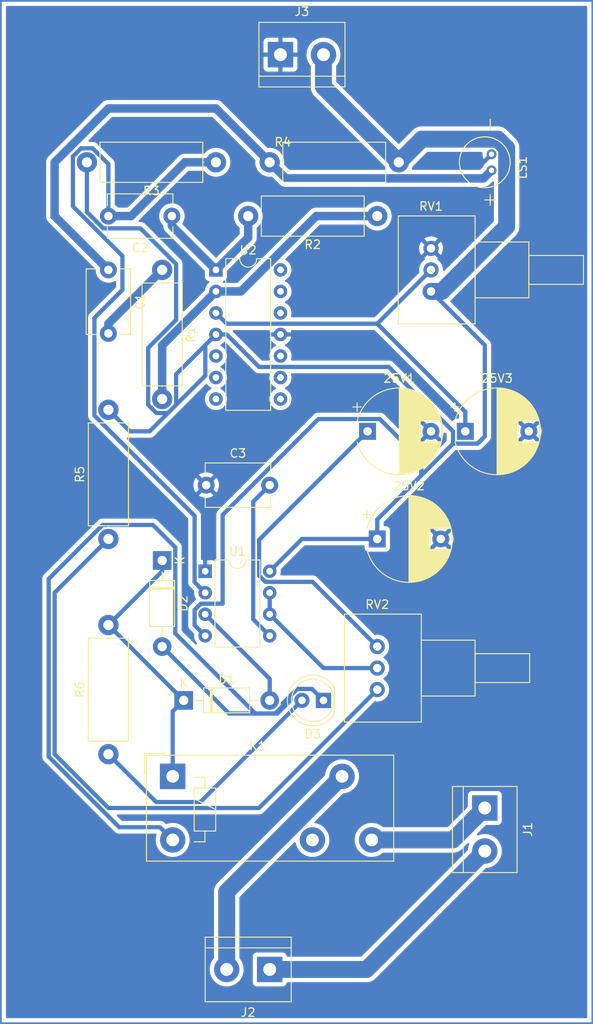
<source format=kicad_pcb>
(kicad_pcb (version 20221018) (generator pcbnew)
  (title_block (title "Sound Operated Module for AC Load") (date "06.07.2023") (rev "1.0") (company "by Muxtar_Safarov"))
  (layers (0 "F.Cu" signal) (31 "B.Cu" signal) (34 "B.Paste" user) (35 "F.Paste" user) (36 "B.SilkS" user "B.Silkscreen") (37 "F.SilkS" user "F.Silkscreen") (38 "B.Mask" user) (39 "F.Mask" user) (44 "Edge.Cuts" user))
  (net 0 "")
  (net 1 "Net-(25V1-Pad1)")
  (net 2 "Earth")
  (net 3 "+12V")
  (net 4 "3")
  (net 5 "Net-(C1-Pad1)")
  (net 6 "Net-(C1-Pad2)")
  (net 7 "1")
  (net 8 "2")
  (net 9 "Net-(U1-CV)")
  (net 10 "Net-(D1-K)")
  (net 11 "Net-(D1-A)")
  (net 12 "Net-(D2-A)")
  (net 13 "Net-(D3-A)")
  (net 14 "Net-(J1-Pin_1)")
  (net 15 "Net-(J1-Pin_2)")
  (net 16 "Net-(J2-Pin_2)")
  (net 18 "Net-(U2-1IN-)")
  (net 19 "Net-(R5-Pad1)")
  (net 20 "CONN")
  (footprint "Diode_THT:D_DO-41_SOD81_P10.16mm_Horizontal" (layer "F.Cu") (at 91.44 114.3)
    (fp_text reference "D1" (at 5.08 -2.47) (layer "F.SilkS"))
    (fp_text value "1N4007")
    (fp_text user "K" (at 0 -2.1) (layer "F.SilkS"))
    (pad "1" thru_hole rect (at 0 0) (size 2.2 2.2) (drill 1.1) (layers "*.Cu" "*.Mask") (net 10 "Net-(D1-K)"))
    (pad "2" thru_hole oval (at 10.16 0) (size 2.2 2.2) (drill 1.1) (layers "*.Cu" "*.Mask") (net 11 "Net-(D1-A)"))
  )
  (footprint "Potentiometer_THT:Potentiometer_Vishay_148-149_Single_Horizontal" (layer "F.Cu") (at 120.65 66.04)
    (fp_text reference "RV1" (at 0 -10.04) (layer "F.SilkS"))
    (fp_text value "100K")
    (pad "1" thru_hole circle (at 0 0) (size 1.8 1.8) (drill 1) (layers "*.Cu" "*.Mask") (net 3 "+12V"))
    (pad "2" thru_hole circle (at 0 -2.54) (size 1.8 1.8) (drill 1) (layers "*.Cu" "*.Mask") (net 4 "3"))
    (pad "3" thru_hole circle (at 0 -5.08) (size 1.8 1.8) (drill 1) (layers "*.Cu" "*.Mask") (net 2 "Earth"))
  )
  (footprint "Resistor_THT:R_Axial_DIN0414_L11.9mm_D4.5mm_P15.24mm_Horizontal" (layer "F.Cu") (at 88.9 63.5 -90)
    (fp_text reference "R1" (at 7.62 -3.37 90) (layer "F.SilkS"))
    (fp_text value "1K")
    (pad "1" thru_hole circle (at 0 0 270) (size 2.4 2.4) (drill 1.2) (layers "*.Cu" "*.Mask") (net 6 "Net-(C1-Pad2)"))
    (pad "2" thru_hole oval (at 15.24 0 270) (size 2.4 2.4) (drill 1.2) (layers "*.Cu" "*.Mask") (net 18 "Net-(U2-1IN-)"))
  )
  (footprint "Resistor_THT:R_Axial_DIN0414_L11.9mm_D4.5mm_P15.24mm_Horizontal" (layer "F.Cu") (at 101.6 50.8)
    (fp_text reference "R4" (at 1.55 -2.37) (layer "F.SilkS"))
    (fp_text value "10K")
    (pad "1" thru_hole circle (at 0 0) (size 2.4 2.4) (drill 1.2) (layers "*.Cu" "*.Mask") (net 5 "Net-(C1-Pad1)"))
    (pad "2" thru_hole oval (at 15.24 0) (size 2.4 2.4) (drill 1.2) (layers "*.Cu" "*.Mask") (net 3 "+12V"))
  )
  (footprint "Resistor_THT:R_Axial_DIN0414_L11.9mm_D4.5mm_P15.24mm_Horizontal" (layer "F.Cu") (at 114.3 57.15 180)
    (fp_text reference "R2" (at 7.62 -3.37) (layer "F.SilkS"))
    (fp_text value "1M")
    (pad "1" thru_hole circle (at 0 0 180) (size 2.4 2.4) (drill 1.2) (layers "*.Cu" "*.Mask") (net 18 "Net-(U2-1IN-)"))
    (pad "2" thru_hole oval (at 15.24 0 180) (size 2.4 2.4) (drill 1.2) (layers "*.Cu" "*.Mask") (net 7 "1"))
  )
  (footprint "Package_DIP:DIP-8_W7.62mm" (layer "F.Cu") (at 93.98 99.06)
    (fp_text reference "U1" (at 3.81 -2.33) (layer "F.SilkS"))
    (fp_text value "NE555P")
    (pad "1" thru_hole rect (at 0 0) (size 1.6 1.6) (drill 0.8) (layers "*.Cu" "*.Mask") (net 2 "Earth"))
    (pad "2" thru_hole oval (at 0 2.54) (size 1.6 1.6) (drill 0.8) (layers "*.Cu" "*.Mask") (net 8 "2"))
    (pad "3" thru_hole oval (at 0 5.08) (size 1.6 1.6) (drill 0.8) (layers "*.Cu" "*.Mask") (net 11 "Net-(D1-A)"))
    (pad "4" thru_hole oval (at 0 7.62) (size 1.6 1.6) (drill 0.8) (layers "*.Cu" "*.Mask") (net 3 "+12V"))
    (pad "5" thru_hole oval (at 7.62 7.62) (size 1.6 1.6) (drill 0.8) (layers "*.Cu" "*.Mask") (net 9 "Net-(U1-CV)"))
    (pad "6" thru_hole oval (at 7.62 5.08) (size 1.6 1.6) (drill 0.8) (layers "*.Cu" "*.Mask") (net 20 "CONN"))
    (pad "7" thru_hole oval (at 7.62 2.54) (size 1.6 1.6) (drill 0.8) (layers "*.Cu" "*.Mask") (net 20 "CONN"))
    (pad "8" thru_hole oval (at 7.62 0) (size 1.6 1.6) (drill 0.8) (layers "*.Cu" "*.Mask") (net 3 "+12V"))
  )
  (footprint "Capacitor_THT:CP_Radial_D10.0mm_P7.50mm" (layer "F.Cu") (at 113.15 82.55)
    (fp_text reference "25V1" (at 3.75 -6.25) (layer "F.SilkS"))
    (fp_text value "10uF")
    (pad "1" thru_hole rect (at 0 0) (size 2 2) (drill 1) (layers "*.Cu" "*.Mask") (net 1 "Net-(25V1-Pad1)"))
    (pad "2" thru_hole circle (at 7.5 0) (size 2 2) (drill 1) (layers "*.Cu" "*.Mask") (net 2 "Earth"))
  )
  (footprint "LED_THT:LED_D5.0mm" (layer "F.Cu") (at 107.95 114.3 180)
    (fp_text reference "D3" (at 1.27 -3.96) (layer "F.SilkS"))
    (fp_text value "LED")
    (pad "1" thru_hole rect (at 0 0 180) (size 1.8 1.8) (drill 0.9) (layers "*.Cu" "*.Mask") (net 12 "Net-(D2-A)"))
    (pad "2" thru_hole circle (at 2.54 0 180) (size 1.8 1.8) (drill 0.9) (layers "*.Cu" "*.Mask") (net 13 "Net-(D3-A)"))
  )
  (footprint "Capacitor_THT:C_Disc_D7.5mm_W5.0mm_P7.50mm" (layer "F.Cu") (at 82.55 63.5 -90)
    (fp_text reference "C1" (at 3.75 -3.75 90) (layer "F.SilkS"))
    (fp_text value "100nF")
    (pad "1" thru_hole circle (at 0 0 270) (size 2 2) (drill 1) (layers "*.Cu" "*.Mask") (net 5 "Net-(C1-Pad1)"))
    (pad "2" thru_hole circle (at 7.5 0 270) (size 2 2) (drill 1) (layers "*.Cu" "*.Mask") (net 6 "Net-(C1-Pad2)"))
  )
  (footprint "POM-3042P-R:MIC_POM-3042P-R" (layer "F.Cu") (at 127 50.8 -90)
    (fp_text reference "LS1" (at 0.635 -4.445 90) (layer "F.SilkS"))
    (fp_text value "Microphone")
    (pad "N" thru_hole circle (at -0.95 -0.8 270) (size 1.158 1.158) (drill 0.65) (layers "*.Cu" "*.Mask") (net 2 "Earth"))
    (pad "P" thru_hole circle (at 0.95 -0.8 270) (size 1.158 1.158) (drill 0.65) (layers "*.Cu" "*.Mask") (net 5 "Net-(C1-Pad1)"))
  )
  (footprint "Resistor_THT:R_Axial_DIN0414_L11.9mm_D4.5mm_P15.24mm_Horizontal" (layer "F.Cu") (at 82.55 95.25 90)
    (fp_text reference "R5" (at 7.62 -3.37 90) (layer "F.SilkS"))
    (fp_text value "1K")
    (pad "1" thru_hole circle (at 0 0 90) (size 2.4 2.4) (drill 1.2) (layers "*.Cu" "*.Mask") (net 19 "Net-(R5-Pad1)"))
    (pad "2" thru_hole oval (at 15.24 0 90) (size 2.4 2.4) (drill 1.2) (layers "*.Cu" "*.Mask") (net 3 "+12V"))
  )
  (footprint "Diode_THT:D_DO-41_SOD81_P10.16mm_Horizontal" (layer "F.Cu") (at 88.9 97.79 -90)
    (fp_text reference "D2" (at 5.08 -2.47 90) (layer "F.SilkS"))
    (fp_text value "1N4007")
    (fp_text user "K" (at 0 -2.1 90) (layer "F.SilkS"))
    (pad "1" thru_hole rect (at 0 0 270) (size 2.2 2.2) (drill 1.1) (layers "*.Cu" "*.Mask") (net 10 "Net-(D1-K)"))
    (pad "2" thru_hole oval (at 10.16 0 270) (size 2.2 2.2) (drill 1.1) (layers "*.Cu" "*.Mask") (net 12 "Net-(D2-A)"))
  )
  (footprint "Resistor_THT:R_Axial_DIN0414_L11.9mm_D4.5mm_P15.24mm_Horizontal" (layer "F.Cu") (at 95.25 50.8 180)
    (fp_text reference "R3" (at 7.62 -3.37) (layer "F.SilkS"))
    (fp_text value "1K")
    (pad "1" thru_hole circle (at 0 0 180) (size 2.4 2.4) (drill 1.2) (layers "*.Cu" "*.Mask") (net 8 "2"))
    (pad "2" thru_hole oval (at 15.24 0 180) (size 2.4 2.4) (drill 1.2) (layers "*.Cu" "*.Mask") (net 3 "+12V"))
  )
  (footprint "Relay_THT:Relay_SPDT_Finder_40.41" (layer "F.Cu") (at 90.1425 123.2675)
    (fp_text reference "K1" (at 10 -3.6) (layer "F.SilkS"))
    (fp_text value "FINDER-40.41")
    (pad "11" thru_hole circle (at 20 0) (size 3 3) (drill 1.5) (layers "*.Cu" "*.Mask") (net 16 "Net-(J2-Pin_2)"))
    (pad "12" thru_hole circle (at 16.5 7.5) (size 3 3) (drill 1.5) (layers "*.Cu" "*.Mask"))
    (pad "14" thru_hole circle (at 23.5 7.5) (size 3 3) (drill 1.5) (layers "*.Cu" "*.Mask") (net 14 "Net-(J1-Pin_1)"))
    (pad "A1" thru_hole rect (at 0 0) (size 3 3) (drill 1.5) (layers "*.Cu" "*.Mask") (net 10 "Net-(D1-K)"))
    (pad "A2" thru_hole circle (at 0 7.5) (size 3 3) (drill 1.5) (layers "*.Cu" "*.Mask") (net 12 "Net-(D2-A)"))
  )
  (footprint "Capacitor_THT:CP_Radial_D10.0mm_P7.50mm" (layer "F.Cu") (at 114.3 95.25)
    (fp_text reference "25V2" (at 3.75 -6.25) (layer "F.SilkS"))
    (fp_text value "10uF")
    (pad "1" thru_hole rect (at 0 0) (size 2 2) (drill 1) (layers "*.Cu" "*.Mask") (net 3 "+12V"))
    (pad "2" thru_hole circle (at 7.5 0) (size 2 2) (drill 1) (layers "*.Cu" "*.Mask") (net 2 "Earth"))
  )
  (footprint "Potentiometer_THT:Potentiometer_Vishay_148-149_Single_Horizontal" (layer "F.Cu") (at 114.3 113.03)
    (fp_text reference "RV2" (at 0 -10.04) (layer "F.SilkS"))
    (fp_text value "1M")
    (pad "1" thru_hole circle (at 0 0) (size 1.8 1.8) (drill 1) (layers "*.Cu" "*.Mask") (net 19 "Net-(R5-Pad1)"))
    (pad "2" thru_hole circle (at 0 -2.54) (size 1.8 1.8) (drill 1) (layers "*.Cu" "*.Mask") (net 20 "CONN"))
    (pad "3" thru_hole circle (at 0 -5.08) (size 1.8 1.8) (drill 1) (layers "*.Cu" "*.Mask") (net 1 "Net-(25V1-Pad1)"))
  )
  (footprint "TerminalBlock:TerminalBlock_bornier-2_P5.08mm" (layer "F.Cu") (at 127 127 -90)
    (fp_text reference "J1" (at 2.54 -5.08 90) (layer "F.SilkS"))
    (fp_text value "AC Load")
    (pad "1" thru_hole rect (at 0 0 270) (size 3 3) (drill 1.52) (layers "*.Cu" "*.Mask") (net 14 "Net-(J1-Pin_1)"))
    (pad "2" thru_hole circle (at 5.08 0 270) (size 3 3) (drill 1.52) (layers "*.Cu" "*.Mask") (net 15 "Net-(J1-Pin_2)"))
  )
  (footprint "Resistor_THT:R_Axial_DIN0414_L11.9mm_D4.5mm_P15.24mm_Horizontal" (layer "F.Cu") (at 82.55 120.65 90)
    (fp_text reference "R6" (at 7.62 -3.37 90) (layer "F.SilkS"))
    (fp_text value "330R")
    (pad "1" thru_hole circle (at 0 0 90) (size 2.4 2.4) (drill 1.2) (layers "*.Cu" "*.Mask") (net 13 "Net-(D3-A)"))
    (pad "2" thru_hole oval (at 15.24 0 90) (size 2.4 2.4) (drill 1.2) (layers "*.Cu" "*.Mask") (net 10 "Net-(D1-K)"))
  )
  (footprint "TerminalBlock:TerminalBlock_bornier-2_P5.08mm" (layer "F.Cu") (at 101.6 146.05 180)
    (fp_text reference "J2" (at 2.54 -5.08) (layer "F.SilkS"))
    (fp_text value "AC 230V 50HZ ")
    (pad "1" thru_hole rect (at 0 0 180) (size 3 3) (drill 1.52) (layers "*.Cu" "*.Mask") (net 15 "Net-(J1-Pin_2)"))
    (pad "2" thru_hole circle (at 5.08 0 180) (size 3 3) (drill 1.52) (layers "*.Cu" "*.Mask") (net 16 "Net-(J2-Pin_2)"))
  )
  (footprint "Capacitor_THT:C_Disc_D7.5mm_W5.0mm_P7.50mm" (layer "F.Cu") (at 94.1 88.9)
    (fp_text reference "C3" (at 3.75 -3.75) (layer "F.SilkS"))
    (fp_text value "10nF")
    (pad "1" thru_hole circle (at 0 0) (size 2 2) (drill 1) (layers "*.Cu" "*.Mask") (net 2 "Earth"))
    (pad "2" thru_hole circle (at 7.5 0) (size 2 2) (drill 1) (layers "*.Cu" "*.Mask") (net 9 "Net-(U1-CV)"))
  )
  (footprint "Capacitor_THT:CP_Radial_D10.0mm_P7.50mm" (layer "F.Cu") (at 124.7 82.55)
    (fp_text reference "25V3" (at 3.75 -6.25) (layer "F.SilkS"))
    (fp_text value "10uF")
    (pad "1" thru_hole rect (at 0 0) (size 2 2) (drill 1) (layers "*.Cu" "*.Mask") (net 4 "3"))
    (pad "2" thru_hole circle (at 7.5 0) (size 2 2) (drill 1) (layers "*.Cu" "*.Mask") (net 2 "Earth"))
  )
  (footprint "Package_DIP:DIP-14_W7.62mm" (layer "F.Cu") (at 95.25 63.5)
    (fp_text reference "U2" (at 3.81 -2.33) (layer "F.SilkS"))
    (fp_text value "LM324N")
    (pad "1" thru_hole rect (at 0 0) (size 1.6 1.6) (drill 0.8) (layers "*.Cu" "*.Mask") (net 7 "1"))
    (pad "2" thru_hole oval (at 0 2.54) (size 1.6 1.6) (drill 0.8) (layers "*.Cu" "*.Mask") (net 18 "Net-(U2-1IN-)"))
    (pad "3" thru_hole oval (at 0 5.08) (size 1.6 1.6) (drill 0.8) (layers "*.Cu" "*.Mask") (net 4 "3"))
    (pad "4" thru_hole oval (at 0 7.62) (size 1.6 1.6) (drill 0.8) (layers "*.Cu" "*.Mask") (net 3 "+12V"))
    (pad "5" thru_hole oval (at 0 10.16) (size 1.6 1.6) (drill 0.8) (layers "*.Cu" "*.Mask"))
    (pad "6" thru_hole oval (at 0 12.7) (size 1.6 1.6) (drill 0.8) (layers "*.Cu" "*.Mask"))
    (pad "7" thru_hole oval (at 0 15.24) (size 1.6 1.6) (drill 0.8) (layers "*.Cu" "*.Mask"))
    (pad "8" thru_hole oval (at 7.62 15.24) (size 1.6 1.6) (drill 0.8) (layers "*.Cu" "*.Mask"))
    (pad "9" thru_hole oval (at 7.62 12.7) (size 1.6 1.6) (drill 0.8) (layers "*.Cu" "*.Mask"))
    (pad "10" thru_hole oval (at 7.62 10.16) (size 1.6 1.6) (drill 0.8) (layers "*.Cu" "*.Mask"))
    (pad "11" thru_hole oval (at 7.62 7.62) (size 1.6 1.6) (drill 0.8) (layers "*.Cu" "*.Mask") (net 2 "Earth"))
    (pad "12" thru_hole oval (at 7.62 5.08) (size 1.6 1.6) (drill 0.8) (layers "*.Cu" "*.Mask"))
    (pad "13" thru_hole oval (at 7.62 2.54) (size 1.6 1.6) (drill 0.8) (layers "*.Cu" "*.Mask"))
    (pad "14" thru_hole oval (at 7.62 0) (size 1.6 1.6) (drill 0.8) (layers "*.Cu" "*.Mask"))
  )
  (footprint "Capacitor_THT:C_Disc_D7.5mm_W5.0mm_P7.50mm" (layer "F.Cu") (at 90.05 57.15 180)
    (fp_text reference "C2" (at 3.75 -3.75) (layer "F.SilkS"))
    (fp_text value "100nF")
    (pad "1" thru_hole circle (at 0 0 180) (size 2 2) (drill 1) (layers "*.Cu" "*.Mask") (net 7 "1"))
    (pad "2" thru_hole circle (at 7.5 0 180) (size 2 2) (drill 1) (layers "*.Cu" "*.Mask") (net 8 "2"))
  )
  (footprint "TerminalBlock:TerminalBlock_bornier-2_P5.08mm" (layer "F.Cu") (at 102.87 38.1)
    (fp_text reference "J3" (at 2.54 -5.08) (layer "F.SilkS"))
    (fp_text value "12V DC ")
    (pad "1" thru_hole rect (at 0 0) (size 3 3) (drill 1.52) (layers "*.Cu" "*.Mask") (net 2 "Earth"))
    (pad "2" thru_hole circle (at 5.08 0) (size 3 3) (drill 1.52) (layers "*.Cu" "*.Mask") (net 3 "+12V"))
  )
  (gr_rect (start 69.85 31.75) (end 139.7 152.4) (stroke (width 0.2)) (fill none) (layer "B.Cu"))
  (segment (start 113.15 82.55) (end 100.35 95.35) (width 0.5) (layer "B.Cu") (net 1))
  (segment (start 101.082233 100.31) (end 106.66 100.31) (width 0.5) (layer "B.Cu") (net 1))
  (segment (start 106.66 100.31) (end 114.3 107.95) (width 0.5) (layer "B.Cu") (net 1))
  (segment (start 100.35 99.577767) (end 101.082233 100.31) (width 0.5) (layer "B.Cu") (net 1))
  (segment (start 100.35 95.35) (end 100.35 99.577767) (width 0.5) (layer "B.Cu") (net 1))
  (segment (start 80.01 56.66061) (end 80.01 50.8) (width 0.5) (layer "B.Cu") (net 3))
  (segment (start 100.35 74.95) (end 115.65 74.95) (width 0.5) (layer "B.Cu") (net 3))
  (segment (start 92.73 103.622233) (end 93.462233 102.89) (width 0.5) (layer "B.Cu") (net 3))
  (segment (start 85.09 82.55) (end 82.55 80.01) (width 0.5) (layer "B.Cu") (net 3))
  (segment (start 115.65 74.95) (end 123.25 82.55) (width 0.5) (layer "B.Cu") (net 3))
  (segment (start 107.95 41.91) (end 116.84 50.8) (width 2) (layer "B.Cu") (net 3))
  (segment (start 107.34939 81.1) (end 114.6 81.1) (width 0.5) (layer "B.Cu") (net 3))
  (segment (start 81.94939 58.6) (end 80.01 56.66061) (width 0.5) (layer "B.Cu") (net 3))
  (segment (start 105.41 95.25) (end 101.6 99.06) (width 0.5) (layer "B.Cu") (net 3))
  (segment (start 123.25 84) (end 126.15 84) (width 0.5) (layer "B.Cu") (net 3))
  (segment (start 90.55 79.423453) (end 89.583453 80.39) (width 0.5) (layer "B.Cu") (net 3))
  (segment (start 126.15 84) (end 127 83.15) (width 0.5) (layer "B.Cu") (net 3))
  (segment (start 94 72.37) (end 94 75.973453) (width 0.5) (layer "B.Cu") (net 3))
  (segment (start 114.3 95.25) (end 105.41 95.25) (width 0.5) (layer "B.Cu") (net 3))
  (segment (start 127 83.15) (end 127 72.39) (width 0.5) (layer "B.Cu") (net 3))
  (segment (start 107.95 38.1) (end 107.95 41.91) (width 2) (layer "B.Cu") (net 3))
  (segment (start 119.5 87.75) (end 123.25 84) (width 0.5) (layer "B.Cu") (net 3))
  (segment (start 90.55 75.82) (end 90.55 79.423453) (width 0.5) (layer "B.Cu") (net 3))
  (segment (start 87.25 79.423453) (end 87.25 72.696497) (width 0.5) (layer "B.Cu") (net 3))
  (segment (start 92.73 105.43) (end 92.73 103.622233) (width 0.5) (layer "B.Cu") (net 3))
  (segment (start 87.423453 82.55) (end 85.09 82.55) (width 0.5) (layer "B.Cu") (net 3))
  (segment (start 96.042233 92.407157) (end 107.34939 81.1) (width 0.5) (layer "B.Cu") (net 3))
  (segment (start 114.6 81.1) (end 119.5 86) (width 0.5) (layer "B.Cu") (net 3))
  (segment (start 119.5 86) (end 119.5 87.75) (width 0.5) (layer "B.Cu") (net 3))
  (segment (start 94 75.973453) (end 87.423453 82.55) (width 0.5) (layer "B.Cu") (net 3))
  (segment (start 93.462233 102.89) (end 96.042233 102.89) (width 0.5) (layer "B.Cu") (net 3))
  (segment (start 129.579 58.383792) (end 121.922792 66.04) (width 2) (layer "B.Cu") (net 3))
  (segment (start 96.042233 102.89) (end 96.042233 92.407157) (width 0.5) (layer "B.Cu") (net 3))
  (segment (start 90.55 69.396497) (end 90.55 62.816547) (width 0.5) (layer "B.Cu") (net 3))
  (segment (start 96.52 71.12) (end 100.35 74.95) (width 0.5) (layer "B.Cu") (net 3))
  (segment (start 95.25 71.12) (end 90.55 75.82) (width 0.5) (layer "B.Cu") (net 3))
  (segment (start 114.3 95.25) (end 114.3 92.95) (width 0.5) (layer "B.Cu") (net 3))
  (segment (start 121.922792 66.04) (end 120.65 66.04) (width 2) (layer "B.Cu") (net 3))
  (segment (start 86.333453 58.6) (end 81.94939 58.6) (width 0.5) (layer "B.Cu") (net 3))
  (segment (start 116.84 50.8) (end 119.569 48.071) (width 2) (layer "B.Cu") (net 3))
  (segment (start 90.55 62.816547) (end 86.333453 58.6) (width 0.5) (layer "B.Cu") (net 3))
  (segment (start 127 72.39) (end 120.65 66.04) (width 0.5) (layer "B.Cu") (net 3))
  (segment (start 88.216547 80.39) (end 87.25 79.423453) (width 0.5) (layer "B.Cu") (net 3))
  (segment (start 128.536886 48.071) (end 129.579 49.113114) (width 2) (layer "B.Cu") (net 3))
  (segment (start 89.583453 80.39) (end 88.216547 80.39) (width 0.5) (layer "B.Cu") (net 3))
  (segment (start 119.569 48.071) (end 128.536886 48.071) (width 2) (layer "B.Cu") (net 3))
  (segment (start 95.25 71.12) (end 96.52 71.12) (width 0.5) (layer "B.Cu") (net 3))
  (segment (start 114.3 92.95) (end 119.5 87.75) (width 0.5) (layer "B.Cu") (net 3))
  (segment (start 95.25 71.12) (end 94 72.37) (width 0.5) (layer "B.Cu") (net 3))
  (segment (start 87.25 72.696497) (end 90.55 69.396497) (width 0.5) (layer "B.Cu") (net 3))
  (segment (start 93.98 106.68) (end 92.73 105.43) (width 0.5) (layer "B.Cu") (net 3))
  (segment (start 123.25 82.55) (end 123.25 84) (width 0.5) (layer "B.Cu") (net 3))
  (segment (start 129.579 49.113114) (end 129.579 58.383792) (width 2) (layer "B.Cu") (net 3))
  (segment (start 120.65 63.5) (end 114.3 69.85) (width 0.5) (layer "B.Cu") (net 4))
  (segment (start 124.7 80.25) (end 114.3 69.85) (width 0.5) (layer "B.Cu") (net 4))
  (segment (start 114.3 69.85) (end 96.52 69.85) (width 0.5) (layer "B.Cu") (net 4))
  (segment (start 124.7 82.55) (end 124.7 80.25) (width 0.5) (layer "B.Cu") (net 4))
  (segment (start 96.52 69.85) (end 95.25 68.58) (width 0.5) (layer "B.Cu") (net 4))
  (segment (start 103.5 52.7) (end 126.85 52.7) (width 1) (layer "B.Cu") (net 5))
  (segment (start 126.85 52.7) (end 127.8 51.75) (width 1) (layer "B.Cu") (net 5))
  (segment (start 82.55 44.45) (end 76.2 50.8) (width 1) (layer "B.Cu") (net 5))
  (segment (start 101.6 50.8) (end 95.25 44.45) (width 1) (layer "B.Cu") (net 5))
  (segment (start 101.6 50.8) (end 103.5 52.7) (width 1) (layer "B.Cu") (net 5))
  (segment (start 76.2 50.8) (end 76.2 57.15) (width 1) (layer "B.Cu") (net 5))
  (segment (start 95.25 44.45) (end 82.55 44.45) (width 1) (layer "B.Cu") (net 5))
  (segment (start 76.2 57.15) (end 82.55 63.5) (width 1) (layer "B.Cu") (net 5))
  (segment (start 82.55 69.85) (end 82.55 71) (width 1) (layer "B.Cu") (net 6))
  (segment (start 88.9 63.5) (end 82.55 69.85) (width 1) (layer "B.Cu") (net 6))
  (segment (start 99.06 57.15) (end 99.06 59.69) (width 1) (layer "B.Cu") (net 7))
  (segment (start 99.06 59.69) (end 95.25 63.5) (width 1) (layer "B.Cu") (net 7))
  (segment (start 90.05 57.15) (end 90.05 58.3) (width 1) (layer "B.Cu") (net 7))
  (segment (start 90.05 58.3) (end 95.25 63.5) (width 1) (layer "B.Cu") (net 7))
  (segment (start 82.55 57.15) (end 85.237006 57.15) (width 1) (layer "B.Cu") (net 8))
  (segment (start 92.73 92.523453) (end 80.9 80.693453) (width 0.5) (layer "B.Cu") (net 8))
  (segment (start 82.55 51.006547) (end 82.55 57.15) (width 0.5) (layer "B.Cu") (net 8))
  (segment (start 80.693453 49.15) (end 82.55 51.006547) (width 0.5) (layer "B.Cu") (net 8))
  (segment (start 91.587006 50.8) (end 95.25 50.8) (width 1) (layer "B.Cu") (net 8))
  (segment (start 84.209441 65.857106) (end 84.209441 61.85) (width 0.5) (layer "B.Cu") (net 8))
  (segment (start 84.209441 61.85) (end 78.36 56.000559) (width 0.5) (layer "B.Cu") (net 8))
  (segment (start 80.9 69.166547) (end 84.209441 65.857106) (width 0.5) (layer "B.Cu") (net 8))
  (segment (start 92.73 100.35) (end 92.73 92.523453) (width 0.5) (layer "B.Cu") (net 8))
  (segment (start 78.36 56.000559) (end 78.36 50.116547) (width 0.5) (layer "B.Cu") (net 8))
  (segment (start 79.326547 49.15) (end 80.693453 49.15) (width 0.5) (layer "B.Cu") (net 8))
  (segment (start 78.36 50.116547) (end 79.326547 49.15) (width 0.5) (layer "B.Cu") (net 8))
  (segment (start 85.237006 57.15) (end 91.587006 50.8) (width 1) (layer "B.Cu") (net 8))
  (segment (start 93.98 101.6) (end 92.73 100.35) (width 0.5) (layer "B.Cu") (net 8))
  (segment (start 80.9 80.693453) (end 80.9 69.166547) (width 0.5) (layer "B.Cu") (net 8))
  (segment (start 99.65 90.85) (end 99.65 104.73) (width 0.5) (layer "B.Cu") (net 9))
  (segment (start 101.6 88.9) (end 99.65 90.85) (width 0.5) (layer "B.Cu") (net 9))
  (segment (start 99.65 104.73) (end 101.6 106.68) (width 0.5) (layer "B.Cu") (net 9))
  (segment (start 88.9 99.06) (end 82.55 105.41) (width 0.5) (layer "B.Cu") (net 10))
  (segment (start 90.1425 123.2675) (end 90.1425 115.5975) (width 0.5) (layer "B.Cu") (net 10))
  (segment (start 88.9 97.79) (end 88.9 99.06) (width 0.5) (layer "B.Cu") (net 10))
  (segment (start 90.1425 115.5975) (end 91.44 114.3) (width 0.5) (layer "B.Cu") (net 10))
  (segment (start 82.55 105.41) (end 91.44 114.3) (width 0.5) (layer "B.Cu") (net 10))
  (segment (start 101.6 111.76) (end 101.6 114.3) (width 0.5) (layer "B.Cu") (net 11))
  (segment (start 93.98 104.14) (end 101.6 111.76) (width 0.5) (layer "B.Cu") (net 11))
  (segment (start 103.15 114.942032) (end 103.15 114.650811) (width 0.5) (layer "B.Cu") (net 12))
  (segment (start 102.51 115.85) (end 104.06 114.3) (width 0.5) (layer "B.Cu") (net 12))
  (segment (start 90.45 106.4) (end 99.9 115.85) (width 0.5) (layer "B.Cu") (net 12))
  (segment (start 90.45 96.24) (end 90.45 106.4) (width 0.5) (layer "B.Cu") (net 12))
  (segment (start 88.6425 129.2675) (end 83.827551 129.2675) (width 0.5) (layer "B.Cu") (net 12))
  (segment (start 87.81 93.6) (end 90.45 96.24) (width 0.5) (layer "B.Cu") (net 12))
  (segment (start 99.9 115.85) (end 102.242032 115.85) (width 0.5) (layer "B.Cu") (net 12))
  (segment (start 81.866547 93.6) (end 87.81 93.6) (width 0.5) (layer "B.Cu") (net 12))
  (segment (start 90.1425 130.7675) (end 88.6425 129.2675) (width 0.5) (layer "B.Cu") (net 12))
  (segment (start 75.5 120.939949) (end 75.5 99.966547) (width 0.5) (layer "B.Cu") (net 12))
  (segment (start 83.827551 129.2675) (end 75.5 120.939949) (width 0.5) (layer "B.Cu") (net 12))
  (segment (start 104.06 114.3) (end 104.06 113.740811) (width 0.5) (layer "B.Cu") (net 12))
  (segment (start 103.15 114.650811) (end 104.850811 112.95) (width 0.5) (layer "B.Cu") (net 12))
  (segment (start 75.5 99.966547) (end 81.866547 93.6) (width 0.5) (layer "B.Cu") (net 12))
  (segment (start 104.850811 112.95) (end 106.6 112.95) (width 0.5) (layer "B.Cu") (net 12))
  (segment (start 102.242032 115.85) (end 103.15 114.942032) (width 0.5) (layer "B.Cu") (net 12))
  (segment (start 106.6 112.95) (end 107.95 114.3) (width 0.5) (layer "B.Cu") (net 12))
  (segment (start 96.8 115.85) (end 102.51 115.85) (width 0.5) (layer "B.Cu") (net 12))
  (segment (start 88.9 107.95) (end 96.8 115.85) (width 0.5) (layer "B.Cu") (net 12))
  (segment (start 104.06 113.740811) (end 104.850811 112.95) (width 0.5) (layer "B.Cu") (net 12))
  (segment (start 105.41 114.3) (end 93.41 126.3) (width 0.5) (layer "B.Cu") (net 13))
  (segment (start 88.2 126.3) (end 82.55 120.65) (width 0.5) (layer "B.Cu") (net 13))
  (segment (start 93.41 126.3) (end 88.2 126.3) (width 0.5) (layer "B.Cu") (net 13))
  (segment (start 113.6425 130.7675) (end 123.2325 130.7675) (width 2) (layer "B.Cu") (net 14))
  (segment (start 123.2325 130.7675) (end 127 127) (width 2) (layer "B.Cu") (net 14))
  (segment (start 127 132.08) (end 113.03 146.05) (width 2) (layer "B.Cu") (net 15))
  (segment (start 113.03 146.05) (end 101.6 146.05) (width 2) (layer "B.Cu") (net 15))
  (segment (start 110.1425 123.2675) (end 96.52 136.89) (width 2) (layer "B.Cu") (net 16))
  (segment (start 96.52 136.89) (end 96.52 146.05) (width 2) (layer "B.Cu") (net 16))
  (segment (start 98.208679 66.04) (end 95.25 66.04) (width 1) (layer "B.Cu") (net 18))
  (segment (start 114.3 57.15) (end 107.098679 57.15) (width 1) (layer "B.Cu") (net 18))
  (segment (start 107.098679 57.15) (end 98.208679 66.04) (width 1) (layer "B.Cu") (net 18))
  (segment (start 88.9 72.39) (end 95.25 66.04) (width 1) (layer "B.Cu") (net 18))
  (segment (start 88.9 78.74) (end 88.9 72.39) (width 1) (layer "B.Cu") (net 18))
  (segment (start 82.55 127) (end 76.2 120.65) (width 0.5) (layer "B.Cu") (net 19))
  (segment (start 100.33 127) (end 82.55 127) (width 0.5) (layer "B.Cu") (net 19))
  (segment (start 76.2 101.6) (end 82.55 95.25) (width 0.5) (layer "B.Cu") (net 19))
  (segment (start 76.2 120.65) (end 76.2 101.6) (width 0.5) (layer "B.Cu") (net 19))
  (segment (start 114.3 113.03) (end 100.33 127) (width 0.5) (layer "B.Cu") (net 19))
  (segment (start 101.6 101.6) (end 101.6 104.14) (width 0.5) (layer "B.Cu") (net 20))
  (segment (start 114.3 110.49) (end 107.95 110.49) (width 0.5) (layer "B.Cu") (net 20))
  (segment (start 107.95 110.49) (end 101.6 104.14) (width 0.5) (layer "B.Cu") (net 20))
  (zone (net 2) (net_name "Earth") (layer "B.Cu") (connect_pads (clearance 0.5)) (min_thickness 0.25) (fill yes (thermal_gap 0.5) (thermal_bridge_width 0.5))
    (polygon (pts (xy 69.85 31.75) (xy 69.85 152.4) (xy 139.7 152.4) (xy 139.7 31.75)))
  )
)
</source>
